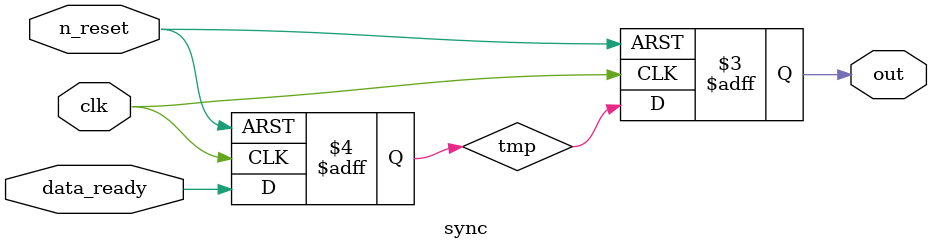
<source format=sv>

module sync
(
	input wire clk,
	input wire n_reset,
	input wire data_ready,
	output reg out
);

	reg tmp;
	always_ff @ (posedge clk, negedge n_reset)
	begin
		if (1'b0 == n_reset)
		begin
			out <= 0;
			tmp <= 0;
		end
		else
		begin
			tmp <= data_ready;
			out <= tmp;
		end
	end		
endmodule


</source>
